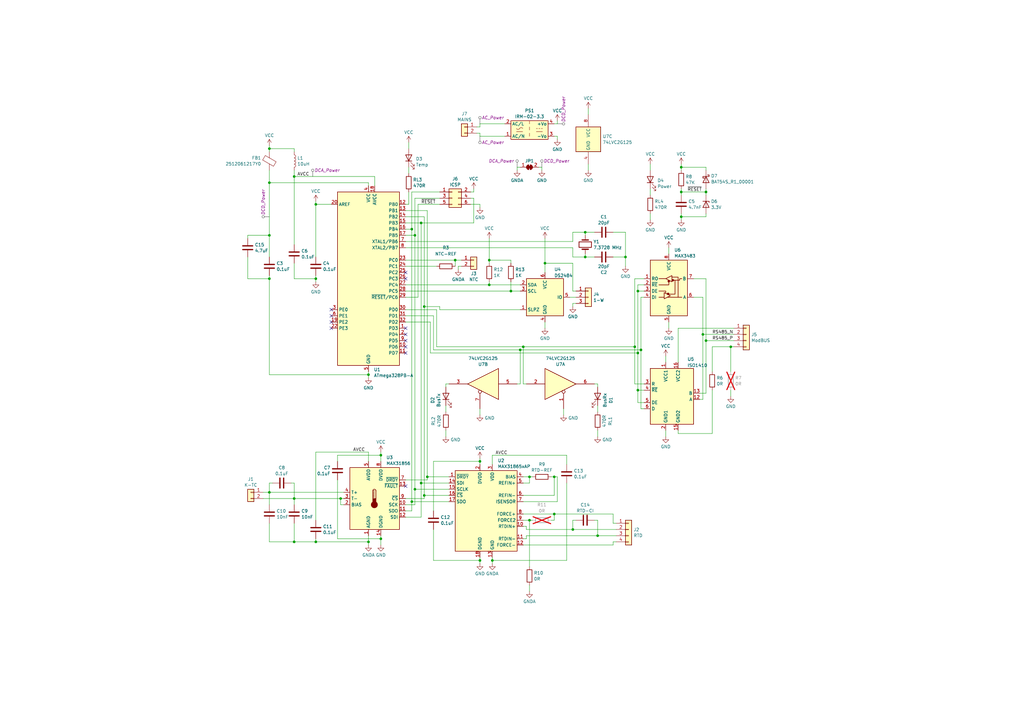
<source format=kicad_sch>
(kicad_sch (version 20230121) (generator eeschema)
  (paper "A3")
  (title_block (title "UFH Process Computer - Sensor") (date "2023-12-10") (rev "1") (company "Valhalla"))
  (junction (at 156.21 186.69))
  (junction (at 168.91 205.74))
  (junction (at 110.49 114.2999))
  (junction (at 110.49 96.52))
  (junction (at 260.35 142.24))
  (junction (at 289.56 139.7))
  (junction (at 110.49 74.93))
  (junction (at 279.4 68.58))
  (junction (at 139.7 204.47))
  (junction (at 156.21 220.98))
  (junction (at 214.63 142.24))
  (junction (at 261.62 160.02))
  (junction (at 110.49 201.93))
  (junction (at 186.69 106.68))
  (junction (at 227.33 195.58))
  (junction (at 213.36 143.51))
  (junction (at 110.49 60.96))
  (junction (at 279.4 88.9))
  (junction (at 279.4 78.74))
  (junction (at 129.54 222.25))
  (junction (at 200.66 106.68))
  (junction (at 170.18 96.52))
  (junction (at 256.54 105.41))
  (junction (at 234.95 217.17))
  (junction (at 151.13 153.67))
  (junction (at 196.85 229.87))
  (junction (at 299.72 142.24))
  (junction (at 173.99 125.73))
  (junction (at 201.93 229.87))
  (junction (at 200.66 116.84))
  (junction (at 151.13 222.25))
  (junction (at 289.56 78.74))
  (junction (at 227.33 210.82))
  (junction (at 129.54 83.82))
  (junction (at 170.18 200.66))
  (junction (at 172.72 91.44))
  (junction (at 240.03 105.41))
  (junction (at 261.62 119.38))
  (junction (at 175.26 195.58))
  (junction (at 168.91 93.98))
  (junction (at 196.85 189.23))
  (junction (at 245.11 219.71))
  (junction (at 288.29 137.16))
  (junction (at 120.65 204.47))
  (junction (at 217.17 195.58))
  (junction (at 209.55 119.38))
  (junction (at 120.65 222.25))
  (junction (at 223.52 107.95))
  (junction (at 217.17 213.36))
  (junction (at 262.89 143.51))
  (junction (at 172.72 198.12))
  (junction (at 240.03 95.25))
  (junction (at 120.65 72.39))
  (junction (at 173.99 203.2))
  (junction (at 129.54 114.3))
  (junction (at 261.62 144.78))
  (no_connect (at 166.37 144.78))
  (no_connect (at 135.89 132.08))
  (no_connect (at 166.37 134.62))
  (no_connect (at 135.89 134.62))
  (no_connect (at 166.37 114.3))
  (no_connect (at 135.89 129.54))
  (no_connect (at 166.37 199.39))
  (no_connect (at 166.37 139.7))
  (no_connect (at 166.37 137.16))
  (no_connect (at 135.89 127))
  (no_connect (at 166.37 142.24))
  (no_connect (at 166.37 111.76))
  (wire (pts (xy 167.64 68.58) (xy 167.64 71.12)))
  (wire (pts (xy 264.16 165.1) (xy 261.62 165.1)))
  (wire (pts (xy 256.54 105.41) (xy 251.46 105.41)))
  (wire (pts (xy 201.93 190.5) (xy 201.93 186.69)))
  (wire (pts (xy 289.56 161.29) (xy 287.02 161.29)))
  (wire (pts (xy 214.63 195.58) (xy 217.17 195.58)))
  (wire (pts (xy 234.95 105.41) (xy 234.95 101.6)))
  (wire (pts (xy 129.54 83.82) (xy 129.54 105.41)))
  (wire (pts (xy 120.65 214.63) (xy 120.65 222.25)))
  (wire (pts (xy 156.21 220.98) (xy 156.21 223.52)))
  (wire (pts (xy 289.56 78.74) (xy 289.56 80.01)))
  (wire (pts (xy 292.1 142.24) (xy 292.1 152.4)))
  (wire (pts (xy 217.17 195.58) (xy 218.44 195.58)))
  (wire (pts (xy 129.54 82.55) (xy 129.54 83.82)))
  (wire (pts (xy 300.99 134.62) (xy 278.13 134.62)))
  (wire (pts (xy 196.85 189.23) (xy 196.85 190.5)))
  (wire (pts (xy 233.68 121.92) (xy 236.22 121.92)))
  (wire (pts (xy 120.65 62.23) (xy 120.65 60.96)))
  (wire (pts (xy 260.35 114.3) (xy 260.35 142.24)))
  (wire (pts (xy 196.85 187.96) (xy 196.85 189.23)))
  (wire (pts (xy 168.91 93.98) (xy 168.91 205.74)))
  (wire (pts (xy 245.11 213.36) (xy 245.11 219.71)))
  (wire (pts (xy 110.49 114.2999) (xy 110.49 153.67)))
  (wire (pts (xy 129.54 114.3) (xy 129.54 115.57)))
  (wire (pts (xy 166.37 212.09) (xy 172.72 212.09)))
  (wire (pts (xy 231.14 167.64) (xy 231.14 170.18)))
  (wire (pts (xy 120.65 69.85) (xy 120.65 72.39)))
  (wire (pts (xy 166.37 96.52) (xy 170.18 96.52)))
  (wire (pts (xy 166.37 204.47) (xy 173.99 204.47)))
  (wire (pts (xy 129.54 213.36) (xy 129.54 185.42)))
  (wire (pts (xy 119.38 198.12) (xy 120.65 198.12)))
  (wire (pts (xy 110.49 60.96) (xy 120.65 60.96)))
  (wire (pts (xy 110.49 113.03) (xy 110.49 114.2999)))
  (wire (pts (xy 196.85 55.88) (xy 207.01 55.88)))
  (wire (pts (xy 234.95 99.06) (xy 166.37 99.06)))
  (wire (pts (xy 278.13 177.8) (xy 278.13 176.53)))
  (wire (pts (xy 240.03 104.14) (xy 240.03 105.41)))
  (wire (pts (xy 166.37 127) (xy 179.07 127)))
  (wire (pts (xy 151.13 185.42) (xy 151.13 189.23)))
  (wire (pts (xy 209.55 107.95) (xy 209.55 106.68)))
  (wire (pts (xy 171.45 83.82) (xy 171.45 121.92)))
  (wire (pts (xy 227.33 55.88) (xy 228.6 55.88)))
  (wire (pts (xy 266.7 87.63) (xy 266.7 90.17)))
  (wire (pts (xy 166.37 86.36) (xy 175.26 86.36)))
  (wire (pts (xy 217.17 198.12) (xy 217.17 195.58)))
  (wire (pts (xy 110.49 59.69) (xy 110.49 60.96)))
  (wire (pts (xy 240.03 95.25) (xy 240.03 96.52)))
  (wire (pts (xy 215.9 219.71) (xy 245.11 219.71)))
  (wire (pts (xy 260.35 157.48) (xy 264.16 157.48)))
  (wire (pts (xy 214.63 220.98) (xy 215.9 220.98)))
  (wire (pts (xy 120.65 222.25) (xy 129.54 222.25)))
  (wire (pts (xy 213.36 143.51) (xy 262.89 143.51)))
  (wire (pts (xy 101.6 105.41) (xy 101.6 114.2999)))
  (wire (pts (xy 214.63 215.9) (xy 215.9 215.9)))
  (wire (pts (xy 138.43 186.69) (xy 156.21 186.69)))
  (wire (pts (xy 194.31 78.74) (xy 193.04 78.74)))
  (wire (pts (xy 251.46 222.25) (xy 252.73 222.25)))
  (wire (pts (xy 234.95 107.95) (xy 223.52 107.95)))
  (wire (pts (xy 232.41 229.87) (xy 201.93 229.87)))
  (wire (pts (xy 279.4 78.74) (xy 279.4 80.01)))
  (wire (pts (xy 240.03 105.41) (xy 234.95 105.41)))
  (wire (pts (xy 279.4 87.63) (xy 279.4 88.9)))
  (wire (pts (xy 153.67 76.2) (xy 153.67 72.39)))
  (wire (pts (xy 234.95 119.38) (xy 234.95 107.95)))
  (wire (pts (xy 173.99 125.73) (xy 173.99 203.2)))
  (wire (pts (xy 212.09 69.85) (xy 212.09 68.58)))
  (wire (pts (xy 279.4 78.74) (xy 289.56 78.74)))
  (wire (pts (xy 214.63 223.52) (xy 251.46 223.52)))
  (wire (pts (xy 151.13 153.67) (xy 151.13 154.94)))
  (wire (pts (xy 234.95 213.36) (xy 234.95 217.17)))
  (wire (pts (xy 173.99 203.2) (xy 184.15 203.2)))
  (wire (pts (xy 170.18 81.28) (xy 170.18 96.52)))
  (wire (pts (xy 138.43 220.98) (xy 156.21 220.98)))
  (wire (pts (xy 110.49 69.85) (xy 110.49 74.93)))
  (wire (pts (xy 214.63 157.48) (xy 214.63 142.24)))
  (wire (pts (xy 279.4 88.9) (xy 279.4 90.17)))
  (wire (pts (xy 209.55 115.57) (xy 209.55 119.38)))
  (wire (pts (xy 228.6 195.58) (xy 227.33 195.58)))
  (wire (pts (xy 212.09 68.58) (xy 213.36 68.58)))
  (wire (pts (xy 110.49 198.12) (xy 110.49 201.93)))
  (wire (pts (xy 200.66 115.57) (xy 200.66 116.84)))
  (wire (pts (xy 186.69 106.68) (xy 186.69 109.22)))
  (wire (pts (xy 175.26 195.58) (xy 184.15 195.58)))
  (wire (pts (xy 193.04 81.28) (xy 194.31 81.28)))
  (wire (pts (xy 241.3 67.3101) (xy 241.3 69.8501)))
  (wire (pts (xy 236.22 119.38) (xy 234.95 119.38)))
  (wire (pts (xy 129.54 113.03) (xy 129.54 114.3)))
  (wire (pts (xy 279.4 77.47) (xy 279.4 78.74)))
  (wire (pts (xy 120.65 114.3) (xy 129.54 114.3)))
  (wire (pts (xy 262.89 121.92) (xy 262.89 143.51)))
  (wire (pts (xy 288.29 137.16) (xy 288.29 163.83)))
  (wire (pts (xy 251.46 222.25) (xy 251.46 223.52)))
  (wire (pts (xy 120.65 107.95) (xy 120.65 114.3)))
  (wire (pts (xy 278.13 134.62) (xy 278.13 148.59)))
  (wire (pts (xy 170.18 200.66) (xy 184.15 200.66)))
  (wire (pts (xy 166.37 209.55) (xy 168.91 209.55)))
  (wire (pts (xy 201.93 186.69) (xy 232.41 186.69)))
  (wire (pts (xy 179.07 142.24) (xy 214.63 142.24)))
  (wire (pts (xy 182.88 179.07) (xy 182.88 176.53)))
  (wire (pts (xy 213.36 127) (xy 180.34 127)))
  (wire (pts (xy 245.11 157.48) (xy 245.11 158.75)))
  (wire (pts (xy 166.37 116.84) (xy 200.66 116.84)))
  (wire (pts (xy 289.56 139.7) (xy 289.56 161.29)))
  (wire (pts (xy 279.4 67.31) (xy 279.4 68.58)))
  (wire (pts (xy 261.62 119.38) (xy 261.62 144.78)))
  (wire (pts (xy 279.4 68.58) (xy 289.56 68.58)))
  (wire (pts (xy 180.34 127) (xy 180.34 125.73)))
  (wire (pts (xy 139.7 204.47) (xy 140.97 204.47)))
  (wire (pts (xy 223.52 132.08) (xy 223.52 134.62)))
  (wire (pts (xy 110.49 201.93) (xy 110.49 207.01)))
  (wire (pts (xy 110.49 60.96) (xy 110.49 62.23)))
  (wire (pts (xy 175.26 195.58) (xy 175.26 196.85)))
  (wire (pts (xy 245.11 176.53) (xy 245.11 179.07)))
  (wire (pts (xy 217.17 240.03) (xy 217.17 242.57)))
  (wire (pts (xy 256.54 95.25) (xy 251.46 95.25)))
  (wire (pts (xy 292.1 160.02) (xy 292.1 177.8)))
  (wire (pts (xy 166.37 129.54) (xy 177.8 129.54)))
  (wire (pts (xy 177.8 209.55) (xy 177.8 189.23)))
  (wire (pts (xy 214.63 203.2) (xy 227.33 203.2)))
  (wire (pts (xy 167.64 78.74) (xy 167.64 83.82)))
  (wire (pts (xy 196.85 167.64) (xy 196.85 170.18)))
  (wire (pts (xy 289.56 69.85) (xy 289.56 68.58)))
  (wire (pts (xy 217.17 213.36) (xy 218.44 213.36)))
  (wire (pts (xy 227.33 210.82) (xy 214.63 210.82)))
  (wire (pts (xy 289.56 77.47) (xy 289.56 78.74)))
  (wire (pts (xy 173.99 88.9) (xy 173.99 125.73)))
  (wire (pts (xy 180.34 78.74) (xy 168.91 78.74)))
  (wire (pts (xy 234.95 101.6) (xy 166.37 101.6)))
  (wire (pts (xy 284.48 114.3) (xy 289.56 114.3)))
  (wire (pts (xy 266.7 67.31) (xy 266.7 69.85)))
  (wire (pts (xy 214.63 142.24) (xy 260.35 142.24)))
  (wire (pts (xy 196.85 83.82) (xy 196.85 85.09)))
  (wire (pts (xy 227.33 213.36) (xy 227.33 210.82)))
  (wire (pts (xy 200.66 116.84) (xy 213.36 116.84)))
  (wire (pts (xy 262.89 167.64) (xy 264.16 167.64)))
  (wire (pts (xy 120.65 204.47) (xy 120.65 207.01)))
  (wire (pts (xy 168.91 205.74) (xy 168.91 209.55)))
  (wire (pts (xy 215.9 217.17) (xy 234.95 217.17)))
  (wire (pts (xy 194.31 77.47) (xy 194.31 78.74)))
  (wire (pts (xy 101.6 114.2999) (xy 110.49 114.2999)))
  (wire (pts (xy 245.11 219.71) (xy 252.73 219.71)))
  (wire (pts (xy 120.65 204.47) (xy 139.7 204.47)))
  (wire (pts (xy 186.69 106.68) (xy 189.23 106.68)))
  (wire (pts (xy 182.88 168.91) (xy 182.88 166.37)))
  (wire (pts (xy 284.48 121.92) (xy 288.29 121.92)))
  (wire (pts (xy 166.37 207.01) (xy 170.18 207.01)))
  (wire (pts (xy 156.21 219.71) (xy 156.21 220.98)))
  (wire (pts (xy 256.54 95.25) (xy 256.54 105.41)))
  (wire (pts (xy 180.34 81.28) (xy 170.18 81.28)))
  (wire (pts (xy 177.8 217.17) (xy 177.8 229.87)))
  (wire (pts (xy 170.18 200.66) (xy 170.18 207.01)))
  (wire (pts (xy 209.55 106.68) (xy 200.66 106.68)))
  (wire (pts (xy 170.18 96.52) (xy 170.18 200.66)))
  (wire (pts (xy 234.95 95.25) (xy 234.95 99.06)))
  (wire (pts (xy 261.62 116.84) (xy 264.16 116.84)))
  (wire (pts (xy 261.62 160.02) (xy 264.16 160.02)))
  (wire (pts (xy 129.54 222.25) (xy 151.13 222.25)))
  (wire (pts (xy 175.26 86.36) (xy 175.26 195.58)))
  (wire (pts (xy 151.13 74.93) (xy 151.13 76.2)))
  (wire (pts (xy 214.63 198.12) (xy 217.17 198.12)))
  (wire (pts (xy 289.56 87.63) (xy 289.56 88.9)))
  (wire (pts (xy 196.85 54.61) (xy 195.58 54.61)))
  (wire (pts (xy 274.32 101.6) (xy 274.32 104.14)))
  (wire (pts (xy 110.49 74.93) (xy 151.13 74.93)))
  (wire (pts (xy 299.72 142.24) (xy 299.72 152.4)))
  (wire (pts (xy 215.9 217.17) (xy 215.9 215.9)))
  (wire (pts (xy 215.9 157.48) (xy 214.63 157.48)))
  (wire (pts (xy 110.49 201.93) (xy 140.97 201.93)))
  (wire (pts (xy 110.49 222.25) (xy 120.65 222.25)))
  (wire (pts (xy 194.31 81.28) (xy 194.31 91.44)))
  (wire (pts (xy 279.4 68.58) (xy 279.4 69.85)))
  (wire (pts (xy 138.43 189.23) (xy 138.43 186.69)))
  (wire (pts (xy 167.64 58.42) (xy 167.64 60.96)))
  (wire (pts (xy 266.7 77.47) (xy 266.7 80.01)))
  (wire (pts (xy 151.13 152.4) (xy 151.13 153.67)))
  (wire (pts (xy 166.37 88.9) (xy 173.99 88.9)))
  (wire (pts (xy 251.46 210.82) (xy 227.33 210.82)))
  (wire (pts (xy 182.88 158.75) (xy 182.88 157.48)))
  (wire (pts (xy 166.37 119.38) (xy 209.55 119.38)))
  (wire (pts (xy 292.1 177.8) (xy 278.13 177.8)))
  (wire (pts (xy 251.46 214.63) (xy 251.46 210.82)))
  (wire (pts (xy 227.33 195.58) (xy 226.06 195.58)))
  (wire (pts (xy 232.41 186.69) (xy 232.41 190.5)))
  (wire (pts (xy 120.65 72.39) (xy 120.65 100.33)))
  (wire (pts (xy 228.6 50.8) (xy 228.6 49.53)))
  (wire (pts (xy 261.62 144.78) (xy 261.62 160.02)))
  (wire (pts (xy 201.93 229.87) (xy 201.93 231.14)))
  (wire (pts (xy 228.6 205.74) (xy 228.6 195.58)))
  (wire (pts (xy 156.21 185.42) (xy 156.21 186.69)))
  (wire (pts (xy 243.84 95.25) (xy 240.03 95.25)))
  (wire (pts (xy 243.84 105.41) (xy 240.03 105.41)))
  (wire (pts (xy 111.76 198.12) (xy 110.49 198.12)))
  (wire (pts (xy 217.17 213.36) (xy 217.17 232.41)))
  (wire (pts (xy 289.56 139.7) (xy 300.99 139.7)))
  (wire (pts (xy 156.21 186.69) (xy 156.21 189.23)))
  (wire (pts (xy 273.05 146.05) (xy 273.05 148.59)))
  (wire (pts (xy 196.85 228.6) (xy 196.85 229.87)))
  (wire (pts (xy 273.05 176.53) (xy 273.05 179.07)))
  (wire (pts (xy 177.8 189.23) (xy 196.85 189.23)))
  (wire (pts (xy 196.85 54.61) (xy 196.85 55.88)))
  (wire (pts (xy 173.99 203.2) (xy 173.99 204.47)))
  (wire (pts (xy 110.49 153.67) (xy 151.13 153.67)))
  (wire (pts (xy 256.54 105.41) (xy 256.54 109.22)))
  (wire (pts (xy 222.25 68.58) (xy 222.25 69.85)))
  (wire (pts (xy 193.04 83.82) (xy 196.85 83.82)))
  (wire (pts (xy 234.95 217.17) (xy 252.73 217.17)))
  (wire (pts (xy 299.72 142.24) (xy 300.99 142.24)))
  (wire (pts (xy 201.93 228.6) (xy 201.93 229.87)))
  (wire (pts (xy 223.52 97.79) (xy 223.52 107.95)))
  (wire (pts (xy 176.53 144.78) (xy 261.62 144.78)))
  (wire (pts (xy 166.37 91.44) (xy 172.72 91.44)))
  (wire (pts (xy 213.36 157.48) (xy 213.36 143.51)))
  (wire (pts (xy 196.85 52.07) (xy 196.85 50.8)))
  (wire (pts (xy 264.16 114.3) (xy 260.35 114.3)))
  (wire (pts (xy 288.29 121.92) (xy 288.29 137.16)))
  (wire (pts (xy 200.66 97.79) (xy 200.66 106.68)))
  (wire (pts (xy 232.41 198.12) (xy 232.41 229.87)))
  (wire (pts (xy 196.85 50.8) (xy 207.01 50.8)))
  (wire (pts (xy 288.29 163.83) (xy 287.02 163.83)))
  (wire (pts (xy 228.6 55.88) (xy 228.6 57.15)))
  (wire (pts (xy 214.63 213.36) (xy 217.17 213.36)))
  (wire (pts (xy 236.22 124.46) (xy 234.95 124.46)))
  (wire (pts (xy 110.49 96.52) (xy 110.49 105.41)))
  (wire (pts (xy 166.37 109.22) (xy 179.07 109.22)))
  (wire (pts (xy 194.31 91.44) (xy 172.72 91.44)))
  (wire (pts (xy 171.45 121.92) (xy 166.37 121.92)))
  (wire (pts (xy 129.54 220.98) (xy 129.54 222.25)))
  (wire (pts (xy 107.95 204.47) (xy 120.65 204.47)))
  (wire (pts (xy 187.96 110.49) (xy 187.96 109.22)))
  (wire (pts (xy 101.6 96.52) (xy 110.49 96.52)))
  (wire (pts (xy 151.13 219.71) (xy 151.13 222.25)))
  (wire (pts (xy 166.37 196.85) (xy 175.26 196.85)))
  (wire (pts (xy 140.97 207.01) (xy 139.7 207.01)))
  (wire (pts (xy 167.64 83.82) (xy 166.37 83.82)))
  (wire (pts (xy 236.22 213.36) (xy 234.95 213.36)))
  (wire (pts (xy 120.65 198.12) (xy 120.65 204.47)))
  (wire (pts (xy 226.06 213.36) (xy 227.33 213.36)))
  (wire (pts (xy 101.6 97.79) (xy 101.6 96.52)))
  (wire (pts (xy 227.33 50.8) (xy 228.6 50.8)))
  (wire (pts (xy 261.62 165.1) (xy 261.62 160.02)))
  (wire (pts (xy 245.11 166.37) (xy 245.11 168.91)))
  (wire (pts (xy 261.62 116.84) (xy 261.62 119.38)))
  (wire (pts (xy 214.63 205.74) (xy 228.6 205.74)))
  (wire (pts (xy 196.85 229.87) (xy 196.85 231.14)))
  (wire (pts (xy 240.03 95.25) (xy 234.95 95.25)))
  (wire (pts (xy 177.8 143.51) (xy 213.36 143.51)))
  (wire (pts (xy 172.72 198.12) (xy 184.15 198.12)))
  (wire (pts (xy 180.34 125.73) (xy 173.99 125.73)))
  (wire (pts (xy 110.49 74.93) (xy 110.49 96.52)))
  (wire (pts (xy 261.62 119.38) (xy 264.16 119.38)))
  (wire (pts (xy 234.95 124.46) (xy 234.95 125.73)))
  (wire (pts (xy 177.8 229.87) (xy 196.85 229.87)))
  (wire (pts (xy 292.1 142.24) (xy 299.72 142.24)))
  (wire (pts (xy 179.07 127) (xy 179.07 142.24)))
  (wire (pts (xy 153.67 72.39) (xy 120.65 72.39)))
  (wire (pts (xy 107.95 201.93) (xy 110.49 201.93)))
  (wire (pts (xy 166.37 93.98) (xy 168.91 93.98)))
  (wire (pts (xy 200.66 106.68) (xy 200.66 107.95)))
  (wire (pts (xy 166.37 106.68) (xy 186.69 106.68)))
  (wire (pts (xy 251.46 214.63) (xy 252.73 214.63)))
  (wire (pts (xy 223.52 107.95) (xy 223.52 111.76)))
  (wire (pts (xy 195.58 52.07) (xy 196.85 52.07)))
  (wire (pts (xy 110.49 214.63) (xy 110.49 222.25)))
  (wire (pts (xy 220.98 68.58) (xy 222.25 68.58)))
  (wire (pts (xy 243.84 157.48) (xy 245.11 157.48)))
  (wire (pts (xy 260.35 142.24) (xy 260.35 157.48)))
  (wire (pts (xy 129.54 185.42) (xy 151.13 185.42)))
  (wire (pts (xy 168.91 78.74) (xy 168.91 93.98)))
  (wire (pts (xy 288.29 137.16) (xy 300.99 137.16)))
  (wire (pts (xy 212.09 157.48) (xy 213.36 157.48)))
  (wire (pts (xy 168.91 205.74) (xy 184.15 205.74)))
  (wire (pts (xy 171.45 83.82) (xy 180.34 83.82)))
  (wire (pts (xy 215.9 219.71) (xy 215.9 220.98)))
  (wire (pts (xy 139.7 207.01) (xy 139.7 204.47)))
  (wire (pts (xy 299.72 160.02) (xy 299.72 162.56)))
  (wire (pts (xy 176.53 132.08) (xy 176.53 144.78)))
  (wire (pts (xy 274.32 132.08) (xy 274.32 134.62)))
  (wire (pts (xy 129.54 83.82) (xy 135.89 83.82)))
  (wire (pts (xy 289.56 114.3) (xy 289.56 139.7)))
  (wire (pts (xy 166.37 132.08) (xy 176.53 132.08)))
  (wire (pts (xy 209.55 119.38) (xy 213.36 119.38)))
  (wire (pts (xy 151.13 222.25) (xy 151.13 223.52)))
  (wire (pts (xy 279.4 88.9) (xy 289.56 88.9)))
  (wire (pts (xy 138.43 196.85) (xy 138.43 220.98)))
  (wire (pts (xy 172.72 91.44) (xy 172.72 198.12)))
  (wire (pts (xy 172.72 198.12) (xy 172.72 212.09)))
  (wire (pts (xy 187.96 109.22) (xy 189.23 109.22)))
  (wire (pts (xy 227.33 203.2) (xy 227.33 195.58)))
  (wire (pts (xy 241.3 44.4501) (xy 241.3 46.9901)))
  (wire (pts (xy 177.8 129.54) (xy 177.8 143.51)))
  (wire (pts (xy 262.89 143.51) (xy 262.89 167.64)))
  (wire (pts (xy 243.84 213.36) (xy 245.11 213.36)))
  (wire (pts (xy 182.88 157.48) (xy 184.15 157.48)))
  (wire (pts (xy 264.16 121.92) (xy 262.89 121.92)))
  (label "~{RESET}" (at 172.72 83.82 0))
  (label "AVCC" (at 203.2 186.69 0))
  (label "AVCC" (at 121.92 72.39 0))
  (label "RS485_P" (at 292.1 139.7 0))
  (label "AVCC" (at 144.78 185.42 0))
  (label "RS485_N" (at 292.1 137.16 0))
  (label "~{RESET}" (at 281.94 78.74 0))
  (netclass_flag "" (length 2.54) (shape round) (at 212.09 68.58 0) (property "Netclass" "DCA_Power" (at 210.82 66.04 0) (effects (font italic) (justify right))))
  (netclass_flag "" (length 2.54) (shape round) (at 196.85 50.8 0) (property "Netclass" "AC_Power" (at 197.5485 48.26 0) (effects (font italic) (justify left))))
  (netclass_flag "" (length 2.54) (shape round) (at 110.49 88.9 90) (property "Netclass" "DCD_Power" (at 107.95 88.2015 90) (effects (font italic) (justify left))))
  (netclass_flag "" (length 2.54) (shape round) (at 222.25 68.58 0) (property "Netclass" "DCD_Power" (at 222.9485 66.04 0) (effects (font italic) (justify left))))
  (netclass_flag "" (length 2.54) (shape round) (at 228.6 50.8 270) (property "Netclass" "DCD_Power" (at 231.14 50.1015 90) (effects (font italic) (justify left))))
  (netclass_flag "" (length 2.54) (shape round) (at 196.85 55.88 180) (property "Netclass" "AC_Power" (at 197.5485 58.42 0) (effects (font italic) (justify left))))
  (netclass_flag "" (length 2.54) (shape round) (at 128.27 72.39 0) (property "Netclass" "DCA_Power" (at 128.9685 69.85 0) (effects (font italic) (justify left))))
  (symbol (lib_id "power:GND") (at 256.54 109.22 0) (unit 1)
    (property "Reference" "#PWR01" (effects hide))
    (property "Value" "GND" (at 256.54 113.3531 0))
  )
  (symbol (lib_id "power:VCC") (at 194.31 77.47 0) (unit 1)
    (property "Reference" "#PWR017" (effects hide))
    (property "Value" "VCC" (at 194.31 73.3369 0))
  )
  (symbol (lib_id "power:GNDA") (at 217.17 242.57 0) (unit 1)
    (property "Reference" "#PWR034" (effects hide))
    (property "Value" "GNDA" (at 217.17 246.7031 0))
  )
  (symbol (lib_id "valhalla-collected:ISO1410") (at 275.59 162.56 0) (unit 1)
    (property "Reference" "U5" (at 281.94 147.32 0) (effects (justify left)))
    (property "Value" "ISO1410" (at 281.94 149.86 0) (effects (justify left)))
    (property "Footprint" "Package_SO:SOIC-16W_7.5x10.3mm_P1.27mm" (effects hide))
    (property "Datasheet" "https://www.ti.com/lit/ds/symlink/iso1410.pdf" (effects hide))
  )
  (symbol (lib_id "Sensor_Temperature:MAX31865xAP") (at 199.39 210.82 0) (unit 1)
    (property "Reference" "U2" (at 204.1241 188.8957 0) (effects (justify left)))
    (property "Value" "MAX31865xAP" (at 204.1241 191.3199 0) (effects (justify left)))
    (property "Footprint" "Package_SO:SSOP-20_5.3x7.2mm_P0.65mm" (effects hide))
    (property "Datasheet" "https://datasheets.maximintegrated.com/en/ds/MAX31865.pdf" (effects hide))
  )
  (symbol (lib_id "Device:LED") (at 167.64 64.77 90) (unit 1)
    (property "Reference" "D3" (at 170.561 65.1454 90) (effects (justify right)))
    (property "Value" "Temp" (at 170.561 67.5696 90) (effects (justify right)))
    (property "Footprint" "LED_THT:LED_D5.0mm" (effects hide))
  )
  (symbol (lib_id "Connector_Generic:Conn_01x02") (at 102.87 201.93 0) (mirror y) (unit 1)
    (property "Reference" "J1" (at 102.87 196.5157 0))
    (property "Value" "K-TC" (at 102.87 198.9399 0))
    (property "Footprint" "TerminalBlock_Phoenix:TerminalBlock_Phoenix_MKDS-1,5-2-5.08_1x02_P5.08mm_Horizontal" (effects hide))
  )
  (symbol (lib_id "power:VCC") (at 279.4 67.31 0) (unit 1)
    (property "Reference" "#PWR031" (effects hide))
    (property "Value" "VCC" (at 279.4 63.1769 0))
  )
  (symbol (lib_id "power:VCC") (at 196.85 187.96 0) (unit 1)
    (property "Reference" "#PWR013" (effects hide))
    (property "Value" "VCC" (at 196.85 183.8269 0))
  )
  (symbol (lib_id "Connector_Generic:Conn_02x03_Odd_Even") (at 185.42 81.28 0) (unit 1)
    (property "Reference" "J6" (at 186.69 73.3257 0))
    (property "Value" "ICSP" (at 186.69 75.7499 0))
    (property "Footprint" "Connector_IDC:IDC-Header_2x03_P2.54mm_Vertical" (effects hide))
  )
  (symbol (lib_id "power:GND") (at 234.95 125.73 0) (unit 1)
    (property "Reference" "#PWR05" (effects hide))
    (property "Value" "GND" (at 234.95 129.8631 0))
  )
  (symbol (lib_id "Sensor_Temperature:MAX31856") (at 153.67 204.47 0) (unit 1)
    (property "Reference" "U3" (at 158.4041 187.6257 0) (effects (justify left)))
    (property "Value" "MAX31856" (at 158.4041 190.0499 0) (effects (justify left)))
    (property "Footprint" "Package_SO:TSSOP-14_4.4x5mm_P0.65mm" (effects hide))
    (property "Datasheet" "https://datasheets.maximintegrated.com/en/ds/MAX31856.pdf" (effects hide))
  )
  (symbol (lib_id "MCU_Microchip_ATmega:ATmega328PB-A") (at 151.13 114.3 0) (unit 1)
    (property "Reference" "U1" (at 153.3241 151.5801 0) (effects (justify left)))
    (property "Value" "ATmega328PB-A" (at 153.3241 154.0043 0) (effects (justify left)))
    (property "Footprint" "Package_QFP:TQFP-32_7x7mm_P0.8mm" (effects hide))
    (property "Datasheet" "http://ww1.microchip.com/downloads/en/DeviceDoc/40001906C.pdf" (effects hide))
  )
  (symbol (lib_id "power:GND") (at 129.54 115.57 0) (unit 1)
    (property "Reference" "#PWR026" (effects hide))
    (property "Value" "GND" (at 129.54 119.7031 0))
  )
  (symbol (lib_id "power:VCC") (at 110.49 59.69 0) (unit 1)
    (property "Reference" "#PWR02" (effects hide))
    (property "Value" "VCC" (at 110.49 55.5569 0))
  )
  (symbol (lib_id "power:VCC") (at 156.21 185.42 0) (unit 1)
    (property "Reference" "#PWR014" (effects hide))
    (property "Value" "VCC" (at 156.21 181.2869 0))
  )
  (symbol (lib_id "power:VCC") (at 266.7 67.31 0) (unit 1)
    (property "Reference" "#PWR015" (effects hide))
    (property "Value" "VCC" (at 266.7 63.1769 0))
  )
  (symbol (lib_id "Device:FerriteBead") (at 110.49 66.04 0) (unit 1)
    (property "Reference" "FB1" (at 107.0865 64.7771 0) (effects (justify right)))
    (property "Value" "2512061217Y0" (at 107.0865 67.2013 0) (effects (justify right)))
    (property "Footprint" "Inductor_SMD:L_1206_3216Metric" (effects hide))
    (property "VComment" "See U1 datasheet, max VCC current" (effects hide))
  )
  (symbol (lib_id "Device:R") (at 222.25 195.58 270) (unit 1)
    (property "Reference" "R9" (at 222.25 190.4197 90))
    (property "Value" "RTD-REF" (at 222.25 192.8439 90))
    (property "Footprint" "Resistor_SMD:R_1206_3216Metric" (effects hide))
    (property "VComment" "Same value as used RTD, highest precision available" (effects hide))
  )
  (symbol (lib_id "power:GND") (at 196.85 231.14 0) (unit 1)
    (property "Reference" "#PWR07" (effects hide))
    (property "Value" "GND" (at 196.85 235.2731 0))
  )
  (symbol (lib_id "Device:R") (at 182.88 109.22 270) (unit 1)
    (property "Reference" "R3" (at 182.88 101.6 90))
    (property "Value" "NTC-REF" (at 182.88 104.14 90))
    (property "Footprint" "Resistor_SMD:R_1206_3216Metric" (effects hide))
    (property "VComment" "Same value as used NTC, highest precision available" (effects hide))
  )
  (symbol (lib_id "74xGxx:74LVC2G125") (at 241.3 57.1501 0) (unit 3)
    (property "Reference" "U7" (at 247.142 55.938 0) (effects (justify left)))
    (property "Value" "74LVC2G125" (at 247.142 58.3622 0) (effects (justify left)))
    (property "Footprint" "Package_SO:SSOP-8_2.95x2.8mm_P0.65mm" (effects hide))
    (property "Datasheet" "http://www.ti.com/lit/sg/scyt129e/scyt129e.pdf" (effects hide))
  )
  (symbol (lib_id "Device:C") (at 177.8 213.36 0) (unit 1)
    (property "Reference" "C12" (at 180.721 212.1479 0) (effects (justify left)))
    (property "Value" "0.1uF" (at 180.721 214.5721 0) (effects (justify left)))
    (property "Footprint" "Capacitor_SMD:C_1206_3216Metric" (effects hide))
  )
  (symbol (lib_id "valhalla-collected:DS2484") (at 223.52 121.92 0) (unit 1)
    (property "Reference" "U4" (at 227.33 110.49 0) (effects (justify left)))
    (property "Value" "DS2484" (at 227.33 113.03 0) (effects (justify left)))
    (property "Footprint" "Package_TO_SOT_SMD:SOT-23-6" (effects hide))
    (property "Datasheet" "https://www.analog.com/media/en/technical-documentation/data-sheets/DS2484.pdf" (effects hide))
  )
  (symbol (lib_id "Device:C") (at 101.6 101.6 0) (unit 1)
    (property "Reference" "C15" (at 104.521 100.3879 0) (effects (justify left)))
    (property "Value" "4.7uF" (at 104.521 102.8121 0) (effects (justify left)))
    (property "Footprint" "Capacitor_SMD:C_1206_3216Metric" (effects hide))
  )
  (symbol (lib_id "Device:R") (at 200.66 111.76 180) (unit 1)
    (property "Reference" "R12" (at 202.438 110.5479 0) (effects (justify right)))
    (property "Value" "1K" (at 202.438 112.9721 0) (effects (justify right)))
    (property "Footprint" "Resistor_SMD:R_1206_3216Metric" (effects hide))
    (property "VComment" "Calculated for local use-case" (effects hide))
  )
  (symbol (lib_id "power:GND") (at 241.3 69.8501 0) (unit 1)
    (property "Reference" "#PWR039" (effects hide))
    (property "Value" "GND" (at 241.3 73.9832 0))
  )
  (symbol (lib_id "Interface_UART:MAX3483") (at 274.32 116.84 0) (unit 1)
    (property "Reference" "U6" (at 276.5141 102.5357 0) (effects (justify left)))
    (property "Value" "MAX3483" (at 276.5141 104.9599 0) (effects (justify left)))
    (property "Footprint" "Package_SO:SOIC-8_3.9x4.9mm_P1.27mm" (effects hide))
    (property "Datasheet" "https://datasheets.maximintegrated.com/en/ds/MAX3483-MAX3491.pdf" (effects hide))
  )
  (symbol (lib_id "Device:LED") (at 266.7 73.66 90) (unit 1)
    (property "Reference" "D4" (at 269.621 74.0354 90) (effects (justify right)))
    (property "Value" "Power" (at 269.621 76.4596 90) (effects (justify right)))
    (property "Footprint" "LED_THT:LED_D5.0mm" (effects hide))
  )
  (symbol (lib_id "74xGxx:74LVC2G125") (at 196.85 157.48 180) (unit 2)
    (property "Reference" "U7" (at 198.12 149.4099 0))
    (property "Value" "74LVC2G125" (at 198.12 146.9857 0))
    (property "Footprint" "Package_SO:SSOP-8_2.95x2.8mm_P0.65mm" (effects hide))
    (property "Datasheet" "http://www.ti.com/lit/sg/scyt129e/scyt129e.pdf" (effects hide))
  )
  (symbol (lib_id "Device:R") (at 209.55 111.76 180) (unit 1)
    (property "Reference" "R13" (at 211.328 110.5479 0) (effects (justify right)))
    (property "Value" "1K" (at 211.328 112.9721 0) (effects (justify right)))
    (property "Footprint" "Resistor_SMD:R_1206_3216Metric" (effects hide))
    (property "VComment" "Calculated for local use-case" (effects hide))
  )
  (symbol (lib_id "Device:C") (at 115.57 198.12 90) (unit 1)
    (property "Reference" "C8" (at 115.57 191.8167 90))
    (property "Value" "0.1uF" (at 115.57 194.2409 90))
    (property "Footprint" "Capacitor_SMD:C_1206_3216Metric" (effects hide))
  )
  (symbol (lib_id "Device:R") (at 266.7 83.82 0) (unit 1)
    (property "Reference" "RL4" (at 268.478 82.6079 0) (effects (justify left)))
    (property "Value" "470R" (at 268.478 85.0321 0) (effects (justify left)))
    (property "Footprint" "Resistor_SMD:R_1206_3216Metric" (effects hide))
  )
  (symbol (lib_id "Device:C") (at 120.65 210.82 0) (unit 1)
    (property "Reference" "C9" (at 123.571 209.6079 0) (effects (justify left)))
    (property "Value" "10nF" (at 123.571 212.0321 0) (effects (justify left)))
    (property "Footprint" "Capacitor_SMD:C_1206_3216Metric" (effects hide))
  )
  (symbol (lib_id "power:VCC") (at 129.54 82.55 0) (unit 1)
    (property "Reference" "#PWR025" (effects hide))
    (property "Value" "VCC" (at 129.54 78.4169 0))
  )
  (symbol (lib_id "power:GNDA") (at 151.13 223.52 0) (unit 1)
    (property "Reference" "#PWR029" (effects hide))
    (property "Value" "GNDA" (at 151.13 227.6531 0))
  )
  (symbol (lib_id "Connector_Generic:Conn_01x03") (at 241.3 121.92 0) (unit 1)
    (property "Reference" "J4" (at 243.332 120.7079 0) (effects (justify left)))
    (property "Value" "1-W" (at 243.332 123.1321 0) (effects (justify left)))
    (property "Footprint" "TerminalBlock_Phoenix:TerminalBlock_Phoenix_MKDS-1,5-3-5.08_1x03_P5.08mm_Horizontal" (effects hide))
  )
  (symbol (lib_id "power:GND") (at 196.85 85.09 0) (unit 1)
    (property "Reference" "#PWR018" (effects hide))
    (property "Value" "GND" (at 196.85 89.2231 0))
  )
  (symbol (lib_id "Device:L") (at 120.65 66.04 0) (unit 1)
    (property "Reference" "L1" (at 121.9173 64.8279 0) (effects (justify left)))
    (property "Value" "10uH" (at 121.9173 67.2521 0) (effects (justify left)))
    (property "Footprint" "Inductor_SMD:L_1210_3225Metric" (effects hide))
    (property "VComment" "See U1 datasheet, max AVCC current" (effects hide))
  )
  (symbol (lib_id "power:GND") (at 196.85 170.18 0) (unit 1)
    (property "Reference" "#PWR022" (effects hide))
    (property "Value" "GND" (at 198.755 171.45 0) (effects (justify left)))
  )
  (symbol (lib_id "Device:C") (at 120.65 104.14 0) (unit 1)
    (property "Reference" "C6" (at 123.571 102.9279 0) (effects (justify left)))
    (property "Value" "0.1uF" (at 123.571 105.3521 0) (effects (justify left)))
    (property "Footprint" "Capacitor_SMD:C_1206_3216Metric" (effects hide))
  )
  (symbol (lib_id "Device:C") (at 110.49 109.22 0) (unit 1)
    (property "Reference" "C3" (at 113.411 108.0079 0) (effects (justify left)))
    (property "Value" "0.1uF" (at 113.411 110.4321 0) (effects (justify left)))
    (property "Footprint" "Capacitor_SMD:C_1206_3216Metric" (effects hide))
  )
  (symbol (lib_id "Connector_Generic:Conn_01x04") (at 306.07 137.16 0) (unit 1)
    (property "Reference" "J5" (at 308.102 137.2179 0) (effects (justify left)))
    (property "Value" "ModBUS" (at 308.102 139.6421 0) (effects (justify left)))
    (property "Footprint" "TerminalBlock_Phoenix:TerminalBlock_Phoenix_MKDS-1,5-4-5.08_1x04_P5.08mm_Horizontal" (effects hide))
  )
  (symbol (lib_id "Device:R") (at 182.88 172.72 180) (unit 1)
    (property "Reference" "RL2" (at 177.7197 172.72 90))
    (property "Value" "470R" (at 180.1439 172.72 90))
    (property "Footprint" "Resistor_SMD:R_1206_3216Metric" (effects hide))
  )
  (symbol (lib_id "power:GND") (at 156.21 223.52 0) (unit 1)
    (property "Reference" "#PWR06" (effects hide))
    (property "Value" "GND" (at 156.21 227.6531 0))
  )
  (symbol (lib_id "Device:C") (at 138.43 193.04 0) (unit 1)
    (property "Reference" "C7" (at 135.509 191.8279 0) (effects (justify right)))
    (property "Value" "0.1uF" (at 135.509 194.2521 0) (effects (justify right)))
    (property "Footprint" "Capacitor_SMD:C_1206_3216Metric" (effects hide))
  )
  (symbol (lib_id "74xGxx:74LVC2G125") (at 231.14 157.48 0) (mirror x) (unit 1)
    (property "Reference" "U7" (at 229.87 149.4099 0))
    (property "Value" "74LVC2G125" (at 229.87 146.9857 0))
    (property "Footprint" "Package_SO:SSOP-8_2.95x2.8mm_P0.65mm" (effects hide))
    (property "Datasheet" "http://www.ti.com/lit/sg/scyt129e/scyt129e.pdf" (effects hide))
  )
  (symbol (lib_id "Device:R") (at 217.17 236.22 0) (unit 1)
    (property "Reference" "R10" (at 218.948 235.0079 0) (effects (justify left)))
    (property "Value" "0R" (at 218.948 237.4321 0) (effects (justify left)))
    (property "Footprint" "Resistor_SMD:R_1206_3216Metric" (effects hide))
  )
  (symbol (lib_id "power:GNDA") (at 212.09 69.85 0) (unit 1)
    (property "Reference" "#PWR027" (effects hide))
    (property "Value" "GNDA" (at 212.09 73.9831 0))
  )
  (symbol (lib_id "Device:C") (at 129.54 109.22 0) (unit 1)
    (property "Reference" "C4" (at 132.461 108.0079 0) (effects (justify left)))
    (property "Value" "0.1uF" (at 132.461 110.4321 0) (effects (justify left)))
    (property "Footprint" "Capacitor_SMD:C_1206_3216Metric" (effects hide))
  )
  (symbol (lib_id "power:GND") (at 279.4 90.17 0) (unit 1)
    (property "Reference" "#PWR032" (effects hide))
    (property "Value" "GND" (at 279.4 94.3031 0))
  )
  (symbol (lib_id "power:VCC") (at 223.52 97.79 0) (unit 1)
    (property "Reference" "#PWR010" (effects hide))
    (property "Value" "VCC" (at 223.52 93.6569 0))
  )
  (symbol (lib_id "Device:C") (at 232.41 194.31 0) (unit 1)
    (property "Reference" "C13" (at 235.331 193.0979 0) (effects (justify left)))
    (property "Value" "0.1uF" (at 235.331 195.5221 0) (effects (justify left)))
    (property "Footprint" "Capacitor_SMD:C_1206_3216Metric" (effects hide))
  )
  (symbol (lib_id "Device:LED") (at 245.11 162.56 270) (mirror x) (unit 1)
    (property "Reference" "D1" (at 250.5243 164.1475 0))
    (property "Value" "BusRx" (at 248.1001 164.1475 0))
    (property "Footprint" "LED_THT:LED_D5.0mm" (effects hide))
  )
  (symbol (lib_id "power:GNDA") (at 187.96 110.49 0) (unit 1)
    (property "Reference" "#PWR035" (effects hide))
    (property "Value" "GNDA" (at 187.96 114.6231 0))
  )
  (symbol (lib_id "Device:C") (at 247.65 95.25 90) (unit 1)
    (property "Reference" "C1" (at 247.65 88.9467 90))
    (property "Value" "20pF" (at 247.65 91.3709 90))
    (property "Footprint" "Capacitor_SMD:C_1206_3216Metric" (effects hide))
    (property "VComment" "See Y1 datasheet" (effects hide))
  )
  (symbol (lib_id "power:GND") (at 273.05 179.07 0) (unit 1)
    (property "Reference" "#PWR09" (effects hide))
    (property "Value" "GND" (at 273.05 183.2031 0))
  )
  (symbol (lib_id "Converter_ACDC:IRM-02-3.3") (at 217.17 53.34 0) (unit 1)
    (property "Reference" "PS1" (at 217.17 45.3857 0))
    (property "Value" "IRM-02-3.3" (at 217.17 47.8099 0))
    (property "Footprint" "Converter_ACDC:Converter_ACDC_MeanWell_IRM-02-xx_THT" (effects hide))
    (property "Datasheet" "https://www.meanwell.com/Upload/PDF/IRM-02/IRM-02-SPEC.PDF" (effects hide))
  )
  (symbol (lib_id "Device:C") (at 247.65 105.41 90) (mirror x) (unit 1)
    (property "Reference" "C2" (at 247.65 111.7133 90))
    (property "Value" "20pF" (at 247.65 109.2891 90))
    (property "Footprint" "Capacitor_SMD:C_1206_3216Metric" (effects hide))
    (property "VComment" "See Y1 datasheet" (effects hide))
  )
  (symbol (lib_id "Device:C") (at 129.54 217.17 0) (unit 1)
    (property "Reference" "C11" (at 132.461 215.9579 0) (effects (justify left)))
    (property "Value" "0.1uF" (at 132.461 218.3821 0) (effects (justify left)))
    (property "Footprint" "Capacitor_SMD:C_1206_3216Metric" (effects hide))
  )
  (symbol (lib_id "Device:Crystal") (at 240.03 100.33 90) (unit 1)
    (property "Reference" "Y1" (at 243.3574 99.1179 90) (effects (justify right)))
    (property "Value" "7.3728 MHz" (at 243.3574 101.5421 90) (effects (justify right)))
    (property "Footprint" "Crystal:Crystal_SMD_HC49-SD" (effects hide))
  )
  (symbol (lib_id "power:VCC") (at 167.64 58.42 0) (unit 1)
    (property "Reference" "#PWR019" (effects hide))
    (property "Value" "VCC" (at 167.64 54.2869 0))
  )
  (symbol (lib_id "power:GND") (at 245.11 179.07 0) (unit 1)
    (property "Reference" "#PWR023" (effects hide))
    (property "Value" "GND" (at 247.015 180.34 0) (effects (justify left)))
  )
  (symbol (lib_id "power:VCC") (at 241.3 44.4501 0) (unit 1)
    (property "Reference" "#PWR040" (effects hide))
    (property "Value" "VCC" (at 241.3 40.317 0))
  )
  (symbol (lib_id "Device:R") (at 299.72 156.21 180) (unit 1) (dnp yes)
    (property "Reference" "R7" (at 301.498 154.9979 0) (effects (justify right)))
    (property "Value" "0R" (at 301.498 157.4221 0) (effects (justify right)))
    (property "Footprint" "Resistor_SMD:R_1206_3216Metric" (effects hide))
  )
  (symbol (lib_id "power:GND") (at 222.25 69.85 0) (unit 1)
    (property "Reference" "#PWR028" (effects hide))
    (property "Value" "GND" (at 222.25 73.9831 0))
  )
  (symbol (lib_id "Device:D_Schottky") (at 289.56 73.66 270) (unit 1)
    (property "Reference" "D7" (at 291.592 72.1304 90) (effects (justify left)))
    (property "Value" "BAT54S_R1_00001" (at 291.592 74.5546 90) (effects (justify left)))
    (property "Footprint" "Package_TO_SOT_SMD:SOT-23-3" (effects hide))
  )
  (symbol (lib_id "power:GND") (at 228.6 57.15 0) (unit 1)
    (property "Reference" "#PWR037" (effects hide))
    (property "Value" "GND" (at 228.6 61.2831 0))
  )
  (symbol (lib_id "power:GND") (at 151.13 154.94 0) (unit 1)
    (property "Reference" "#PWR04" (effects hide))
    (property "Value" "GND" (at 151.13 159.0731 0))
  )
  (symbol (lib_id "Connector_Generic:Conn_01x04") (at 257.81 217.17 0) (unit 1)
    (property "Reference" "J2" (at 259.842 217.2279 0) (effects (justify left)))
    (property "Value" "RTD" (at 259.842 219.6521 0) (effects (justify left)))
    (property "Footprint" "TerminalBlock_Phoenix:TerminalBlock_Phoenix_MKDS-1,5-4-5.08_1x04_P5.08mm_Horizontal" (effects hide))
  )
  (symbol (lib_id "power:VCC") (at 274.32 101.6 0) (unit 1)
    (property "Reference" "#PWR011" (effects hide))
    (property "Value" "VCC" (at 274.32 97.4669 0))
  )
  (symbol (lib_id "Device:R") (at 222.25 213.36 90) (unit 1) (dnp yes)
    (property "Reference" "R11" (at 222.25 207.01 90))
    (property "Value" "0R" (at 222.25 209.55 90))
    (property "Footprint" "Resistor_SMD:R_1206_3216Metric" (effects hide))
  )
  (symbol (lib_id "power:GND") (at 231.14 170.18 0) (unit 1)
    (property "Reference" "#PWR021" (effects hide))
    (property "Value" "GND" (at 233.045 171.45 0) (effects (justify left)))
  )
  (symbol (lib_id "Jumper:SolderJumper_2_Bridged") (at 217.17 68.58 0) (unit 1)
    (property "Reference" "JP1" (at 217.17 65.9709 0))
    (property "Value" "~" (at 217.17 65.9709 0))
    (property "Footprint" "Jumper:SolderJumper-2_P1.3mm_Bridged2Bar_Pad1.0x1.5mm" (effects hide))
    (property "PComment" "Allows star-routing between GND and GNDA" (effects hide))
  )
  (symbol (lib_id "Device:LED") (at 182.88 162.56 90) (unit 1)
    (property "Reference" "D2" (at 177.4657 164.1475 0))
    (property "Value" "BusTx" (at 179.8899 164.1475 0))
    (property "Footprint" "LED_THT:LED_D5.0mm" (effects hide))
  )
  (symbol (lib_id "Device:C") (at 110.49 210.82 0) (unit 1)
    (property "Reference" "C10" (at 113.411 209.6079 0) (effects (justify left)))
    (property "Value" "10nF" (at 113.411 212.0321 0) (effects (justify left)))
    (property "Footprint" "Capacitor_SMD:C_1206_3216Metric" (effects hide))
  )
  (symbol (lib_id "power:VCC") (at 273.05 146.05 0) (unit 1)
    (property "Reference" "#PWR012" (effects hide))
    (property "Value" "VCC" (at 273.05 141.9169 0))
  )
  (symbol (lib_id "power:GND") (at 223.52 134.62 0) (unit 1)
    (property "Reference" "#PWR03" (effects hide))
    (property "Value" "GND" (at 223.52 138.7531 0))
  )
  (symbol (lib_id "Connector_Generic:Conn_01x02") (at 190.5 52.07 0) (mirror y) (unit 1)
    (property "Reference" "J7" (at 190.5 46.6557 0))
    (property "Value" "MAINS" (at 190.5 49.0799 0))
    (property "Footprint" "TerminalBlock_Phoenix:TerminalBlock_Phoenix_MKDS-1,5-2-5.08_1x02_P5.08mm_Horizontal" (effects hide))
  )
  (symbol (lib_id "Device:R") (at 167.64 74.93 0) (unit 1)
    (property "Reference" "RL3" (at 169.418 73.7179 0) (effects (justify left)))
    (property "Value" "470R" (at 169.418 76.1421 0) (effects (justify left)))
    (property "Footprint" "Resistor_SMD:R_1206_3216Metric" (effects hide))
  )
  (symbol (lib_id "power:VCC") (at 200.66 97.79 0) (unit 1)
    (property "Reference" "#PWR036" (effects hide))
    (property "Value" "VCC" (at 200.66 93.6569 0))
  )
  (symbol (lib_id "power:GND") (at 182.88 179.07 0) (unit 1)
    (property "Reference" "#PWR020" (effects hide))
    (property "Value" "GND" (at 184.785 180.34 0) (effects (justify left)))
  )
  (symbol (lib_id "power:GND") (at 274.32 134.62 0) (unit 1)
    (property "Reference" "#PWR08" (effects hide))
    (property "Value" "GND" (at 274.32 138.7531 0))
  )
  (symbol (lib_id "Device:C") (at 279.4 83.82 0) (unit 1)
    (property "Reference" "C5" (at 282.321 82.6079 0) (effects (justify left)))
    (property "Value" "4.7nF" (at 282.321 85.0321 0) (effects (justify left)))
    (property "Footprint" "Capacitor_SMD:C_1206_3216Metric" (effects hide))
  )
  (symbol (lib_id "power:VCC") (at 228.6 49.53 0) (unit 1)
    (property "Reference" "#PWR038" (effects hide))
    (property "Value" "VCC" (at 228.6 45.3969 0))
  )
  (symbol (lib_id "power:GNDA") (at 201.93 231.14 0) (unit 1)
    (property "Reference" "#PWR030" (effects hide))
    (property "Value" "GNDA" (at 201.93 235.2731 0))
  )
  (symbol (lib_id "Device:R") (at 279.4 73.66 0) (unit 1)
    (property "Reference" "R8" (at 281.178 72.4479 0) (effects (justify left)))
    (property "Value" "47K" (at 281.178 74.8721 0) (effects (justify left)))
    (property "Footprint" "Resistor_SMD:R_1206_3216Metric" (effects hide))
  )
  (symbol (lib_id "Device:C") (at 240.03 213.36 90) (unit 1)
    (property "Reference" "C14" (at 240.03 207.0567 90))
    (property "Value" "RTD-CI" (at 240.03 209.4809 90))
    (property "Footprint" "Capacitor_SMD:C_1206_3216Metric" (effects hide))
    (property "VComment" "See U2 datasheet" (effects hide))
  )
  (symbol (lib_id "Device:R") (at 292.1 156.21 180) (unit 1)
    (property "Reference" "R6" (at 293.878 154.9979 0) (effects (justify right)))
    (property "Value" "0R" (at 293.878 157.4221 0) (effects (justify right)))
    (property "Footprint" "Resistor_SMD:R_1206_3216Metric" (effects hide))
  )
  (symbol (lib_id "power:GND") (at 299.72 162.56 0) (unit 1)
    (property "Reference" "#PWR024" (effects hide))
    (property "Value" "GND" (at 299.72 166.6931 0))
  )
  (symbol (lib_id "power:GND") (at 266.7 90.17 0) (unit 1)
    (property "Reference" "#PWR016" (effects hide))
    (property "Value" "GND" (at 266.7 94.3031 0))
  )
  (symbol (lib_id "Connector_Generic:Conn_01x02") (at 194.31 106.68 0) (unit 1)
    (property "Reference" "J3" (at 194.31 112.2101 0))
    (property "Value" "NTC" (at 194.31 114.6343 0))
    (property "Footprint" "TerminalBlock_Phoenix:TerminalBlock_Phoenix_MKDS-1,5-2-5.08_1x02_P5.08mm_Horizontal" (effects hide))
  )
  (symbol (lib_id "Device:D_Zener") (at 289.56 83.82 270) (unit 1)
    (property "Reference" "D6" (at 291.592 82.6079 90) (effects (justify left)))
    (property "Value" "3.3V" (at 291.592 85.0321 90) (effects (justify left)))
    (property "Footprint" "Package_TO_SOT_SMD:SOT-23-3" (effects hide))
  )
  (symbol (lib_id "Device:R") (at 245.11 172.72 0) (unit 1)
    (property "Reference" "RL1" (at 250.2703 172.72 90))
    (property "Value" "470R" (at 247.8461 172.72 90))
    (property "Footprint" "Resistor_SMD:R_1206_3216Metric" (effects hide))
  )
)
</source>
